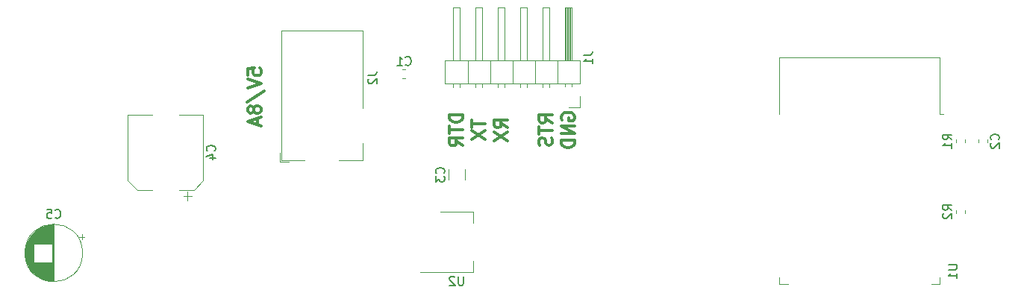
<source format=gbr>
G04 #@! TF.GenerationSoftware,KiCad,Pcbnew,5.0.0*
G04 #@! TF.CreationDate,2018-08-02T01:45:53+02:00*
G04 #@! TF.ProjectId,pentasquare,70656E74617371756172652E6B696361,rev?*
G04 #@! TF.SameCoordinates,Original*
G04 #@! TF.FileFunction,Legend,Bot*
G04 #@! TF.FilePolarity,Positive*
%FSLAX46Y46*%
G04 Gerber Fmt 4.6, Leading zero omitted, Abs format (unit mm)*
G04 Created by KiCad (PCBNEW 5.0.0) date Thu Aug  2 01:45:53 2018*
%MOMM*%
%LPD*%
G01*
G04 APERTURE LIST*
%ADD10C,0.300000*%
%ADD11C,0.120000*%
%ADD12C,0.150000*%
G04 APERTURE END LIST*
D10*
X44898571Y-16621428D02*
X44898571Y-15907142D01*
X45612857Y-15835714D01*
X45541428Y-15907142D01*
X45470000Y-16050000D01*
X45470000Y-16407142D01*
X45541428Y-16550000D01*
X45612857Y-16621428D01*
X45755714Y-16692857D01*
X46112857Y-16692857D01*
X46255714Y-16621428D01*
X46327142Y-16550000D01*
X46398571Y-16407142D01*
X46398571Y-16050000D01*
X46327142Y-15907142D01*
X46255714Y-15835714D01*
X44898571Y-17121428D02*
X46398571Y-17621428D01*
X44898571Y-18121428D01*
X44827142Y-19692857D02*
X46755714Y-18407142D01*
X45541428Y-20407142D02*
X45470000Y-20264285D01*
X45398571Y-20192857D01*
X45255714Y-20121428D01*
X45184285Y-20121428D01*
X45041428Y-20192857D01*
X44970000Y-20264285D01*
X44898571Y-20407142D01*
X44898571Y-20692857D01*
X44970000Y-20835714D01*
X45041428Y-20907142D01*
X45184285Y-20978571D01*
X45255714Y-20978571D01*
X45398571Y-20907142D01*
X45470000Y-20835714D01*
X45541428Y-20692857D01*
X45541428Y-20407142D01*
X45612857Y-20264285D01*
X45684285Y-20192857D01*
X45827142Y-20121428D01*
X46112857Y-20121428D01*
X46255714Y-20192857D01*
X46327142Y-20264285D01*
X46398571Y-20407142D01*
X46398571Y-20692857D01*
X46327142Y-20835714D01*
X46255714Y-20907142D01*
X46112857Y-20978571D01*
X45827142Y-20978571D01*
X45684285Y-20907142D01*
X45612857Y-20835714D01*
X45541428Y-20692857D01*
X45970000Y-21550000D02*
X45970000Y-22264285D01*
X46398571Y-21407142D02*
X44898571Y-21907142D01*
X46398571Y-22407142D01*
X80530000Y-21717142D02*
X80458571Y-21574285D01*
X80458571Y-21360000D01*
X80530000Y-21145714D01*
X80672857Y-21002857D01*
X80815714Y-20931428D01*
X81101428Y-20860000D01*
X81315714Y-20860000D01*
X81601428Y-20931428D01*
X81744285Y-21002857D01*
X81887142Y-21145714D01*
X81958571Y-21360000D01*
X81958571Y-21502857D01*
X81887142Y-21717142D01*
X81815714Y-21788571D01*
X81315714Y-21788571D01*
X81315714Y-21502857D01*
X81958571Y-22431428D02*
X80458571Y-22431428D01*
X81958571Y-23288571D01*
X80458571Y-23288571D01*
X81958571Y-24002857D02*
X80458571Y-24002857D01*
X80458571Y-24360000D01*
X80530000Y-24574285D01*
X80672857Y-24717142D01*
X80815714Y-24788571D01*
X81101428Y-24860000D01*
X81315714Y-24860000D01*
X81601428Y-24788571D01*
X81744285Y-24717142D01*
X81887142Y-24574285D01*
X81958571Y-24360000D01*
X81958571Y-24002857D01*
X79418571Y-22038571D02*
X78704285Y-21538571D01*
X79418571Y-21181428D02*
X77918571Y-21181428D01*
X77918571Y-21752857D01*
X77990000Y-21895714D01*
X78061428Y-21967142D01*
X78204285Y-22038571D01*
X78418571Y-22038571D01*
X78561428Y-21967142D01*
X78632857Y-21895714D01*
X78704285Y-21752857D01*
X78704285Y-21181428D01*
X77918571Y-22467142D02*
X77918571Y-23324285D01*
X79418571Y-22895714D02*
X77918571Y-22895714D01*
X79347142Y-23752857D02*
X79418571Y-23967142D01*
X79418571Y-24324285D01*
X79347142Y-24467142D01*
X79275714Y-24538571D01*
X79132857Y-24610000D01*
X78990000Y-24610000D01*
X78847142Y-24538571D01*
X78775714Y-24467142D01*
X78704285Y-24324285D01*
X78632857Y-24038571D01*
X78561428Y-23895714D01*
X78490000Y-23824285D01*
X78347142Y-23752857D01*
X78204285Y-23752857D01*
X78061428Y-23824285D01*
X77990000Y-23895714D01*
X77918571Y-24038571D01*
X77918571Y-24395714D01*
X77990000Y-24610000D01*
X74338571Y-22610000D02*
X73624285Y-22110000D01*
X74338571Y-21752857D02*
X72838571Y-21752857D01*
X72838571Y-22324285D01*
X72910000Y-22467142D01*
X72981428Y-22538571D01*
X73124285Y-22610000D01*
X73338571Y-22610000D01*
X73481428Y-22538571D01*
X73552857Y-22467142D01*
X73624285Y-22324285D01*
X73624285Y-21752857D01*
X72838571Y-23110000D02*
X74338571Y-24110000D01*
X72838571Y-24110000D02*
X74338571Y-23110000D01*
X70298571Y-21717142D02*
X70298571Y-22574285D01*
X71798571Y-22145714D02*
X70298571Y-22145714D01*
X70298571Y-22931428D02*
X71798571Y-23931428D01*
X70298571Y-23931428D02*
X71798571Y-22931428D01*
X69258571Y-21145714D02*
X67758571Y-21145714D01*
X67758571Y-21502857D01*
X67830000Y-21717142D01*
X67972857Y-21860000D01*
X68115714Y-21931428D01*
X68401428Y-22002857D01*
X68615714Y-22002857D01*
X68901428Y-21931428D01*
X69044285Y-21860000D01*
X69187142Y-21717142D01*
X69258571Y-21502857D01*
X69258571Y-21145714D01*
X67758571Y-22431428D02*
X67758571Y-23288571D01*
X69258571Y-22860000D02*
X67758571Y-22860000D01*
X69258571Y-24645714D02*
X68544285Y-24145714D01*
X69258571Y-23788571D02*
X67758571Y-23788571D01*
X67758571Y-24360000D01*
X67830000Y-24502857D01*
X67901428Y-24574285D01*
X68044285Y-24645714D01*
X68258571Y-24645714D01*
X68401428Y-24574285D01*
X68472857Y-24502857D01*
X68544285Y-24360000D01*
X68544285Y-23788571D01*
D11*
G04 #@! TO.C,J2*
X49590000Y-26500000D02*
X48540000Y-26500000D01*
X48540000Y-25450000D02*
X48540000Y-26500000D01*
X57940000Y-20400000D02*
X57940000Y-11600000D01*
X57940000Y-11600000D02*
X48740000Y-11600000D01*
X55240000Y-26300000D02*
X57940000Y-26300000D01*
X57940000Y-26300000D02*
X57940000Y-24400000D01*
X48740000Y-11600000D02*
X48740000Y-26300000D01*
X48740000Y-26300000D02*
X51340000Y-26300000D01*
G04 #@! TO.C,U2*
X70490000Y-32150000D02*
X70490000Y-33410000D01*
X70490000Y-38970000D02*
X70490000Y-37710000D01*
X66730000Y-32150000D02*
X70490000Y-32150000D01*
X64480000Y-38970000D02*
X70490000Y-38970000D01*
G04 #@! TO.C,C4*
X31300000Y-21140000D02*
X34050000Y-21140000D01*
X39820000Y-21140000D02*
X37070000Y-21140000D01*
X39820000Y-28595563D02*
X39820000Y-21140000D01*
X31300000Y-28595563D02*
X31300000Y-21140000D01*
X32364437Y-29660000D02*
X34050000Y-29660000D01*
X38755563Y-29660000D02*
X37070000Y-29660000D01*
X38755563Y-29660000D02*
X39820000Y-28595563D01*
X32364437Y-29660000D02*
X31300000Y-28595563D01*
X38070000Y-30900000D02*
X38070000Y-29900000D01*
X38570000Y-30400000D02*
X37570000Y-30400000D01*
G04 #@! TO.C,C2*
X127760000Y-24301267D02*
X127760000Y-23958733D01*
X128780000Y-24301267D02*
X128780000Y-23958733D01*
G04 #@! TO.C,C1*
X62796267Y-16000000D02*
X62453733Y-16000000D01*
X62796267Y-17020000D02*
X62453733Y-17020000D01*
G04 #@! TO.C,C3*
X67670000Y-27337936D02*
X67670000Y-28542064D01*
X69490000Y-27337936D02*
X69490000Y-28542064D01*
G04 #@! TO.C,C5*
X26150000Y-36830000D02*
G75*
G03X26150000Y-36830000I-3270000J0D01*
G01*
X22880000Y-33600000D02*
X22880000Y-40060000D01*
X22840000Y-33600000D02*
X22840000Y-40060000D01*
X22800000Y-33600000D02*
X22800000Y-40060000D01*
X22760000Y-33602000D02*
X22760000Y-40058000D01*
X22720000Y-33603000D02*
X22720000Y-40057000D01*
X22680000Y-33606000D02*
X22680000Y-40054000D01*
X22640000Y-33608000D02*
X22640000Y-35790000D01*
X22640000Y-37870000D02*
X22640000Y-40052000D01*
X22600000Y-33612000D02*
X22600000Y-35790000D01*
X22600000Y-37870000D02*
X22600000Y-40048000D01*
X22560000Y-33615000D02*
X22560000Y-35790000D01*
X22560000Y-37870000D02*
X22560000Y-40045000D01*
X22520000Y-33619000D02*
X22520000Y-35790000D01*
X22520000Y-37870000D02*
X22520000Y-40041000D01*
X22480000Y-33624000D02*
X22480000Y-35790000D01*
X22480000Y-37870000D02*
X22480000Y-40036000D01*
X22440000Y-33629000D02*
X22440000Y-35790000D01*
X22440000Y-37870000D02*
X22440000Y-40031000D01*
X22400000Y-33635000D02*
X22400000Y-35790000D01*
X22400000Y-37870000D02*
X22400000Y-40025000D01*
X22360000Y-33641000D02*
X22360000Y-35790000D01*
X22360000Y-37870000D02*
X22360000Y-40019000D01*
X22320000Y-33648000D02*
X22320000Y-35790000D01*
X22320000Y-37870000D02*
X22320000Y-40012000D01*
X22280000Y-33655000D02*
X22280000Y-35790000D01*
X22280000Y-37870000D02*
X22280000Y-40005000D01*
X22240000Y-33663000D02*
X22240000Y-35790000D01*
X22240000Y-37870000D02*
X22240000Y-39997000D01*
X22200000Y-33671000D02*
X22200000Y-35790000D01*
X22200000Y-37870000D02*
X22200000Y-39989000D01*
X22159000Y-33680000D02*
X22159000Y-35790000D01*
X22159000Y-37870000D02*
X22159000Y-39980000D01*
X22119000Y-33689000D02*
X22119000Y-35790000D01*
X22119000Y-37870000D02*
X22119000Y-39971000D01*
X22079000Y-33699000D02*
X22079000Y-35790000D01*
X22079000Y-37870000D02*
X22079000Y-39961000D01*
X22039000Y-33709000D02*
X22039000Y-35790000D01*
X22039000Y-37870000D02*
X22039000Y-39951000D01*
X21999000Y-33720000D02*
X21999000Y-35790000D01*
X21999000Y-37870000D02*
X21999000Y-39940000D01*
X21959000Y-33732000D02*
X21959000Y-35790000D01*
X21959000Y-37870000D02*
X21959000Y-39928000D01*
X21919000Y-33744000D02*
X21919000Y-35790000D01*
X21919000Y-37870000D02*
X21919000Y-39916000D01*
X21879000Y-33756000D02*
X21879000Y-35790000D01*
X21879000Y-37870000D02*
X21879000Y-39904000D01*
X21839000Y-33769000D02*
X21839000Y-35790000D01*
X21839000Y-37870000D02*
X21839000Y-39891000D01*
X21799000Y-33783000D02*
X21799000Y-35790000D01*
X21799000Y-37870000D02*
X21799000Y-39877000D01*
X21759000Y-33797000D02*
X21759000Y-35790000D01*
X21759000Y-37870000D02*
X21759000Y-39863000D01*
X21719000Y-33812000D02*
X21719000Y-35790000D01*
X21719000Y-37870000D02*
X21719000Y-39848000D01*
X21679000Y-33828000D02*
X21679000Y-35790000D01*
X21679000Y-37870000D02*
X21679000Y-39832000D01*
X21639000Y-33844000D02*
X21639000Y-35790000D01*
X21639000Y-37870000D02*
X21639000Y-39816000D01*
X21599000Y-33860000D02*
X21599000Y-35790000D01*
X21599000Y-37870000D02*
X21599000Y-39800000D01*
X21559000Y-33878000D02*
X21559000Y-35790000D01*
X21559000Y-37870000D02*
X21559000Y-39782000D01*
X21519000Y-33896000D02*
X21519000Y-35790000D01*
X21519000Y-37870000D02*
X21519000Y-39764000D01*
X21479000Y-33914000D02*
X21479000Y-35790000D01*
X21479000Y-37870000D02*
X21479000Y-39746000D01*
X21439000Y-33934000D02*
X21439000Y-35790000D01*
X21439000Y-37870000D02*
X21439000Y-39726000D01*
X21399000Y-33954000D02*
X21399000Y-35790000D01*
X21399000Y-37870000D02*
X21399000Y-39706000D01*
X21359000Y-33974000D02*
X21359000Y-35790000D01*
X21359000Y-37870000D02*
X21359000Y-39686000D01*
X21319000Y-33996000D02*
X21319000Y-35790000D01*
X21319000Y-37870000D02*
X21319000Y-39664000D01*
X21279000Y-34018000D02*
X21279000Y-35790000D01*
X21279000Y-37870000D02*
X21279000Y-39642000D01*
X21239000Y-34040000D02*
X21239000Y-35790000D01*
X21239000Y-37870000D02*
X21239000Y-39620000D01*
X21199000Y-34064000D02*
X21199000Y-35790000D01*
X21199000Y-37870000D02*
X21199000Y-39596000D01*
X21159000Y-34088000D02*
X21159000Y-35790000D01*
X21159000Y-37870000D02*
X21159000Y-39572000D01*
X21119000Y-34114000D02*
X21119000Y-35790000D01*
X21119000Y-37870000D02*
X21119000Y-39546000D01*
X21079000Y-34140000D02*
X21079000Y-35790000D01*
X21079000Y-37870000D02*
X21079000Y-39520000D01*
X21039000Y-34166000D02*
X21039000Y-35790000D01*
X21039000Y-37870000D02*
X21039000Y-39494000D01*
X20999000Y-34194000D02*
X20999000Y-35790000D01*
X20999000Y-37870000D02*
X20999000Y-39466000D01*
X20959000Y-34223000D02*
X20959000Y-35790000D01*
X20959000Y-37870000D02*
X20959000Y-39437000D01*
X20919000Y-34252000D02*
X20919000Y-35790000D01*
X20919000Y-37870000D02*
X20919000Y-39408000D01*
X20879000Y-34282000D02*
X20879000Y-35790000D01*
X20879000Y-37870000D02*
X20879000Y-39378000D01*
X20839000Y-34314000D02*
X20839000Y-35790000D01*
X20839000Y-37870000D02*
X20839000Y-39346000D01*
X20799000Y-34346000D02*
X20799000Y-35790000D01*
X20799000Y-37870000D02*
X20799000Y-39314000D01*
X20759000Y-34380000D02*
X20759000Y-35790000D01*
X20759000Y-37870000D02*
X20759000Y-39280000D01*
X20719000Y-34414000D02*
X20719000Y-35790000D01*
X20719000Y-37870000D02*
X20719000Y-39246000D01*
X20679000Y-34450000D02*
X20679000Y-35790000D01*
X20679000Y-37870000D02*
X20679000Y-39210000D01*
X20639000Y-34487000D02*
X20639000Y-35790000D01*
X20639000Y-37870000D02*
X20639000Y-39173000D01*
X20599000Y-34525000D02*
X20599000Y-35790000D01*
X20599000Y-37870000D02*
X20599000Y-39135000D01*
X20559000Y-34565000D02*
X20559000Y-39095000D01*
X20519000Y-34606000D02*
X20519000Y-39054000D01*
X20479000Y-34648000D02*
X20479000Y-39012000D01*
X20439000Y-34693000D02*
X20439000Y-38967000D01*
X20399000Y-34738000D02*
X20399000Y-38922000D01*
X20359000Y-34786000D02*
X20359000Y-38874000D01*
X20319000Y-34835000D02*
X20319000Y-38825000D01*
X20279000Y-34886000D02*
X20279000Y-38774000D01*
X20239000Y-34940000D02*
X20239000Y-38720000D01*
X20199000Y-34996000D02*
X20199000Y-38664000D01*
X20159000Y-35054000D02*
X20159000Y-38606000D01*
X20119000Y-35116000D02*
X20119000Y-38544000D01*
X20079000Y-35180000D02*
X20079000Y-38480000D01*
X20039000Y-35249000D02*
X20039000Y-38411000D01*
X19999000Y-35321000D02*
X19999000Y-38339000D01*
X19959000Y-35398000D02*
X19959000Y-38262000D01*
X19919000Y-35480000D02*
X19919000Y-38180000D01*
X19879000Y-35568000D02*
X19879000Y-38092000D01*
X19839000Y-35665000D02*
X19839000Y-37995000D01*
X19799000Y-35771000D02*
X19799000Y-37889000D01*
X19759000Y-35890000D02*
X19759000Y-37770000D01*
X19719000Y-36028000D02*
X19719000Y-37632000D01*
X19679000Y-36197000D02*
X19679000Y-37463000D01*
X19639000Y-36428000D02*
X19639000Y-37232000D01*
X26380241Y-34991000D02*
X25750241Y-34991000D01*
X26065241Y-34676000D02*
X26065241Y-35306000D01*
G04 #@! TO.C,J1*
X82610000Y-17610000D02*
X67250000Y-17610000D01*
X67250000Y-17610000D02*
X67250000Y-14950000D01*
X67250000Y-14950000D02*
X82610000Y-14950000D01*
X82610000Y-14950000D02*
X82610000Y-17610000D01*
X81660000Y-14950000D02*
X81660000Y-8950000D01*
X81660000Y-8950000D02*
X80900000Y-8950000D01*
X80900000Y-8950000D02*
X80900000Y-14950000D01*
X81600000Y-14950000D02*
X81600000Y-8950000D01*
X81480000Y-14950000D02*
X81480000Y-8950000D01*
X81360000Y-14950000D02*
X81360000Y-8950000D01*
X81240000Y-14950000D02*
X81240000Y-8950000D01*
X81120000Y-14950000D02*
X81120000Y-8950000D01*
X81000000Y-14950000D02*
X81000000Y-8950000D01*
X81660000Y-17940000D02*
X81660000Y-17610000D01*
X80900000Y-17940000D02*
X80900000Y-17610000D01*
X80010000Y-17610000D02*
X80010000Y-14950000D01*
X79120000Y-14950000D02*
X79120000Y-8950000D01*
X79120000Y-8950000D02*
X78360000Y-8950000D01*
X78360000Y-8950000D02*
X78360000Y-14950000D01*
X79120000Y-18007071D02*
X79120000Y-17610000D01*
X78360000Y-18007071D02*
X78360000Y-17610000D01*
X77470000Y-17610000D02*
X77470000Y-14950000D01*
X76580000Y-14950000D02*
X76580000Y-8950000D01*
X76580000Y-8950000D02*
X75820000Y-8950000D01*
X75820000Y-8950000D02*
X75820000Y-14950000D01*
X76580000Y-18007071D02*
X76580000Y-17610000D01*
X75820000Y-18007071D02*
X75820000Y-17610000D01*
X74930000Y-17610000D02*
X74930000Y-14950000D01*
X74040000Y-14950000D02*
X74040000Y-8950000D01*
X74040000Y-8950000D02*
X73280000Y-8950000D01*
X73280000Y-8950000D02*
X73280000Y-14950000D01*
X74040000Y-18007071D02*
X74040000Y-17610000D01*
X73280000Y-18007071D02*
X73280000Y-17610000D01*
X72390000Y-17610000D02*
X72390000Y-14950000D01*
X71500000Y-14950000D02*
X71500000Y-8950000D01*
X71500000Y-8950000D02*
X70740000Y-8950000D01*
X70740000Y-8950000D02*
X70740000Y-14950000D01*
X71500000Y-18007071D02*
X71500000Y-17610000D01*
X70740000Y-18007071D02*
X70740000Y-17610000D01*
X69850000Y-17610000D02*
X69850000Y-14950000D01*
X68960000Y-14950000D02*
X68960000Y-8950000D01*
X68960000Y-8950000D02*
X68200000Y-8950000D01*
X68200000Y-8950000D02*
X68200000Y-14950000D01*
X68960000Y-18007071D02*
X68960000Y-17610000D01*
X68200000Y-18007071D02*
X68200000Y-17610000D01*
X81280000Y-20320000D02*
X82550000Y-20320000D01*
X82550000Y-20320000D02*
X82550000Y-19050000D01*
G04 #@! TO.C,U1*
X123420000Y-39580000D02*
X123420000Y-40360000D01*
X123420000Y-40360000D02*
X122420000Y-40360000D01*
X105180000Y-39580000D02*
X105180000Y-40360000D01*
X105180000Y-40360000D02*
X106180000Y-40360000D01*
X123420000Y-14615000D02*
X105180000Y-14615000D01*
X105180000Y-14615000D02*
X105180000Y-21035000D01*
X123420000Y-14615000D02*
X123420000Y-21035000D01*
X123420000Y-21035000D02*
X123800000Y-21035000D01*
G04 #@! TO.C,R2*
X126240000Y-31973733D02*
X126240000Y-32316267D01*
X125220000Y-31973733D02*
X125220000Y-32316267D01*
G04 #@! TO.C,R1*
X125220000Y-23958733D02*
X125220000Y-24301267D01*
X126240000Y-23958733D02*
X126240000Y-24301267D01*
G04 #@! TO.C,J2*
D12*
X58542380Y-16616666D02*
X59256666Y-16616666D01*
X59399523Y-16569047D01*
X59494761Y-16473809D01*
X59542380Y-16330952D01*
X59542380Y-16235714D01*
X58637619Y-17045238D02*
X58590000Y-17092857D01*
X58542380Y-17188095D01*
X58542380Y-17426190D01*
X58590000Y-17521428D01*
X58637619Y-17569047D01*
X58732857Y-17616666D01*
X58828095Y-17616666D01*
X58970952Y-17569047D01*
X59542380Y-16997619D01*
X59542380Y-17616666D01*
G04 #@! TO.C,U2*
X69341904Y-39512380D02*
X69341904Y-40321904D01*
X69294285Y-40417142D01*
X69246666Y-40464761D01*
X69151428Y-40512380D01*
X68960952Y-40512380D01*
X68865714Y-40464761D01*
X68818095Y-40417142D01*
X68770476Y-40321904D01*
X68770476Y-39512380D01*
X68341904Y-39607619D02*
X68294285Y-39560000D01*
X68199047Y-39512380D01*
X67960952Y-39512380D01*
X67865714Y-39560000D01*
X67818095Y-39607619D01*
X67770476Y-39702857D01*
X67770476Y-39798095D01*
X67818095Y-39940952D01*
X68389523Y-40512380D01*
X67770476Y-40512380D01*
G04 #@! TO.C,C4*
X41117142Y-25233333D02*
X41164761Y-25185714D01*
X41212380Y-25042857D01*
X41212380Y-24947619D01*
X41164761Y-24804761D01*
X41069523Y-24709523D01*
X40974285Y-24661904D01*
X40783809Y-24614285D01*
X40640952Y-24614285D01*
X40450476Y-24661904D01*
X40355238Y-24709523D01*
X40260000Y-24804761D01*
X40212380Y-24947619D01*
X40212380Y-25042857D01*
X40260000Y-25185714D01*
X40307619Y-25233333D01*
X40545714Y-26090476D02*
X41212380Y-26090476D01*
X40164761Y-25852380D02*
X40879047Y-25614285D01*
X40879047Y-26233333D01*
G04 #@! TO.C,C2*
X130057142Y-23963333D02*
X130104761Y-23915714D01*
X130152380Y-23772857D01*
X130152380Y-23677619D01*
X130104761Y-23534761D01*
X130009523Y-23439523D01*
X129914285Y-23391904D01*
X129723809Y-23344285D01*
X129580952Y-23344285D01*
X129390476Y-23391904D01*
X129295238Y-23439523D01*
X129200000Y-23534761D01*
X129152380Y-23677619D01*
X129152380Y-23772857D01*
X129200000Y-23915714D01*
X129247619Y-23963333D01*
X129247619Y-24344285D02*
X129200000Y-24391904D01*
X129152380Y-24487142D01*
X129152380Y-24725238D01*
X129200000Y-24820476D01*
X129247619Y-24868095D01*
X129342857Y-24915714D01*
X129438095Y-24915714D01*
X129580952Y-24868095D01*
X130152380Y-24296666D01*
X130152380Y-24915714D01*
G04 #@! TO.C,C1*
X62791666Y-15437142D02*
X62839285Y-15484761D01*
X62982142Y-15532380D01*
X63077380Y-15532380D01*
X63220238Y-15484761D01*
X63315476Y-15389523D01*
X63363095Y-15294285D01*
X63410714Y-15103809D01*
X63410714Y-14960952D01*
X63363095Y-14770476D01*
X63315476Y-14675238D01*
X63220238Y-14580000D01*
X63077380Y-14532380D01*
X62982142Y-14532380D01*
X62839285Y-14580000D01*
X62791666Y-14627619D01*
X61839285Y-15532380D02*
X62410714Y-15532380D01*
X62125000Y-15532380D02*
X62125000Y-14532380D01*
X62220238Y-14675238D01*
X62315476Y-14770476D01*
X62410714Y-14818095D01*
G04 #@! TO.C,C3*
X67117142Y-27773333D02*
X67164761Y-27725714D01*
X67212380Y-27582857D01*
X67212380Y-27487619D01*
X67164761Y-27344761D01*
X67069523Y-27249523D01*
X66974285Y-27201904D01*
X66783809Y-27154285D01*
X66640952Y-27154285D01*
X66450476Y-27201904D01*
X66355238Y-27249523D01*
X66260000Y-27344761D01*
X66212380Y-27487619D01*
X66212380Y-27582857D01*
X66260000Y-27725714D01*
X66307619Y-27773333D01*
X66212380Y-28106666D02*
X66212380Y-28725714D01*
X66593333Y-28392380D01*
X66593333Y-28535238D01*
X66640952Y-28630476D01*
X66688571Y-28678095D01*
X66783809Y-28725714D01*
X67021904Y-28725714D01*
X67117142Y-28678095D01*
X67164761Y-28630476D01*
X67212380Y-28535238D01*
X67212380Y-28249523D01*
X67164761Y-28154285D01*
X67117142Y-28106666D01*
G04 #@! TO.C,C5*
X23046666Y-32787142D02*
X23094285Y-32834761D01*
X23237142Y-32882380D01*
X23332380Y-32882380D01*
X23475238Y-32834761D01*
X23570476Y-32739523D01*
X23618095Y-32644285D01*
X23665714Y-32453809D01*
X23665714Y-32310952D01*
X23618095Y-32120476D01*
X23570476Y-32025238D01*
X23475238Y-31930000D01*
X23332380Y-31882380D01*
X23237142Y-31882380D01*
X23094285Y-31930000D01*
X23046666Y-31977619D01*
X22141904Y-31882380D02*
X22618095Y-31882380D01*
X22665714Y-32358571D01*
X22618095Y-32310952D01*
X22522857Y-32263333D01*
X22284761Y-32263333D01*
X22189523Y-32310952D01*
X22141904Y-32358571D01*
X22094285Y-32453809D01*
X22094285Y-32691904D01*
X22141904Y-32787142D01*
X22189523Y-32834761D01*
X22284761Y-32882380D01*
X22522857Y-32882380D01*
X22618095Y-32834761D01*
X22665714Y-32787142D01*
G04 #@! TO.C,J1*
X83002380Y-14331666D02*
X83716666Y-14331666D01*
X83859523Y-14284047D01*
X83954761Y-14188809D01*
X84002380Y-14045952D01*
X84002380Y-13950714D01*
X84002380Y-15331666D02*
X84002380Y-14760238D01*
X84002380Y-15045952D02*
X83002380Y-15045952D01*
X83145238Y-14950714D01*
X83240476Y-14855476D01*
X83288095Y-14760238D01*
G04 #@! TO.C,U1*
X124362380Y-38148095D02*
X125171904Y-38148095D01*
X125267142Y-38195714D01*
X125314761Y-38243333D01*
X125362380Y-38338571D01*
X125362380Y-38529047D01*
X125314761Y-38624285D01*
X125267142Y-38671904D01*
X125171904Y-38719523D01*
X124362380Y-38719523D01*
X125362380Y-39719523D02*
X125362380Y-39148095D01*
X125362380Y-39433809D02*
X124362380Y-39433809D01*
X124505238Y-39338571D01*
X124600476Y-39243333D01*
X124648095Y-39148095D01*
G04 #@! TO.C,R2*
X124752380Y-31978333D02*
X124276190Y-31645000D01*
X124752380Y-31406904D02*
X123752380Y-31406904D01*
X123752380Y-31787857D01*
X123800000Y-31883095D01*
X123847619Y-31930714D01*
X123942857Y-31978333D01*
X124085714Y-31978333D01*
X124180952Y-31930714D01*
X124228571Y-31883095D01*
X124276190Y-31787857D01*
X124276190Y-31406904D01*
X123847619Y-32359285D02*
X123800000Y-32406904D01*
X123752380Y-32502142D01*
X123752380Y-32740238D01*
X123800000Y-32835476D01*
X123847619Y-32883095D01*
X123942857Y-32930714D01*
X124038095Y-32930714D01*
X124180952Y-32883095D01*
X124752380Y-32311666D01*
X124752380Y-32930714D01*
G04 #@! TO.C,R1*
X124752380Y-23963333D02*
X124276190Y-23630000D01*
X124752380Y-23391904D02*
X123752380Y-23391904D01*
X123752380Y-23772857D01*
X123800000Y-23868095D01*
X123847619Y-23915714D01*
X123942857Y-23963333D01*
X124085714Y-23963333D01*
X124180952Y-23915714D01*
X124228571Y-23868095D01*
X124276190Y-23772857D01*
X124276190Y-23391904D01*
X124752380Y-24915714D02*
X124752380Y-24344285D01*
X124752380Y-24630000D02*
X123752380Y-24630000D01*
X123895238Y-24534761D01*
X123990476Y-24439523D01*
X124038095Y-24344285D01*
G04 #@! TD*
M02*

</source>
